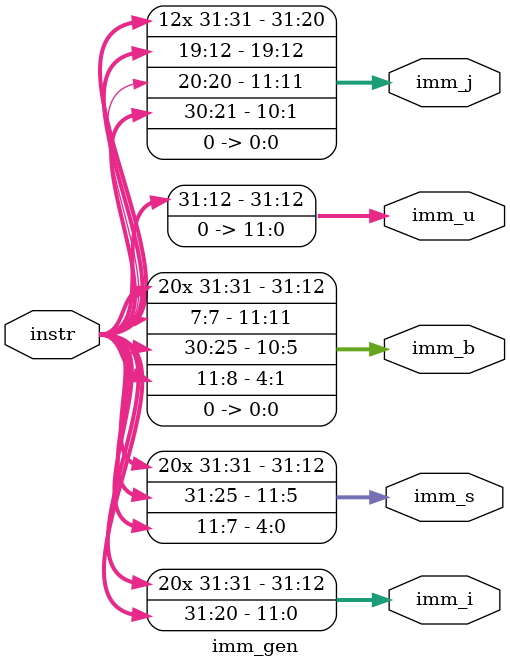
<source format=v>
`timescale 1ns / 1ps


module imm_gen(
    input  wire [31:0] instr,
    output wire [31:0] imm_i,
    output wire [31:0] imm_s,
    output wire [31:0] imm_b,
    output wire [31:0] imm_u,
    output wire [31:0] imm_j
);
    assign imm_i = {{21{instr[31]}}, instr[30:20]};
    assign imm_s = {{21{instr[31]}}, instr[30:25], instr[11:7]};
    assign imm_b = {{20{instr[31]}}, instr[7], instr[30:25], instr[11:8], 1'b0};
    assign imm_u = {instr[31:12], 12'b0};
    assign imm_j = {{12{instr[31]}}, instr[19:12], instr[20], instr[30:21], 1'b0};
endmodule

</source>
